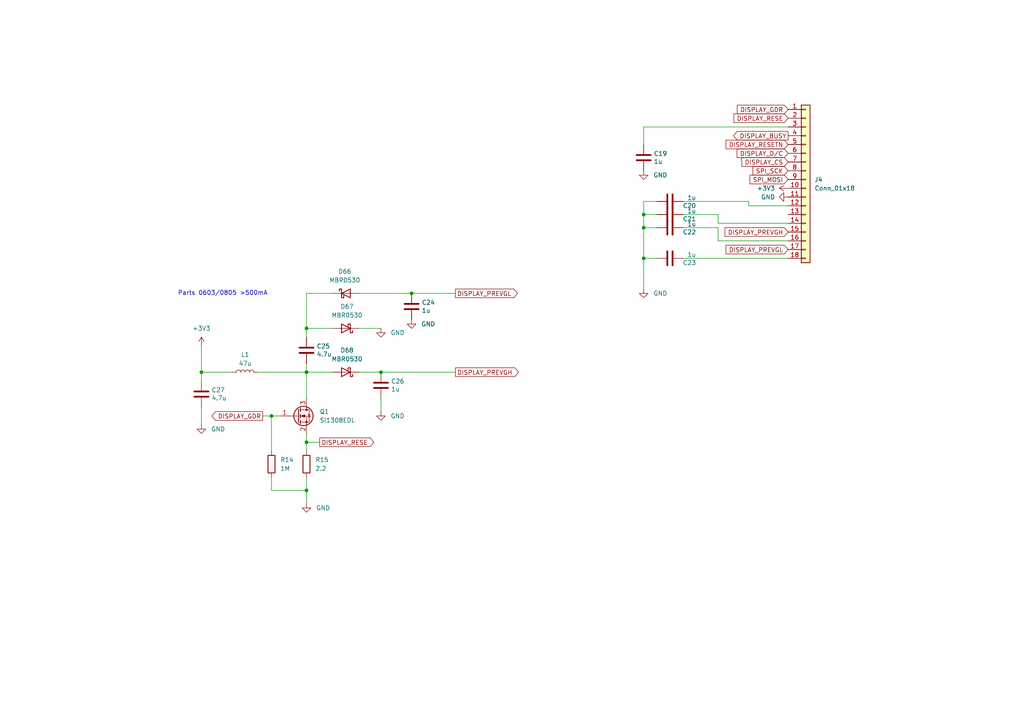
<source format=kicad_sch>
(kicad_sch (version 20250114) (generator "eeschema") (generator_version "9.0")
  (paper "A4")
  (lib_symbols
    (symbol "Connector_Generic:Conn_01x18" (pin_names (offset 1.016) (hide yes))
      (property "Reference" "J" (at 0 22.86 0))
      (property "Value" "Conn_01x18" (at 0 -25.4 0))
      (symbol "Conn_01x18_1_1"
        (rectangle (start -1.27 21.59) (end 1.27 -24.13) (stroke (width 0.254)) (fill (type background)))
        (rectangle (start -1.27 20.447) (end 0 20.193) (stroke (width 0.1524)))
        (rectangle (start -1.27 17.907) (end 0 17.653) (stroke (width 0.1524)))
        (rectangle (start -1.27 15.367) (end 0 15.113) (stroke (width 0.1524)))
        (rectangle (start -1.27 12.827) (end 0 12.573) (stroke (width 0.1524)))
        (rectangle (start -1.27 10.287) (end 0 10.033) (stroke (width 0.1524)))
        (rectangle (start -1.27 7.747) (end 0 7.493) (stroke (width 0.1524)))
        (rectangle (start -1.27 5.207) (end 0 4.953) (stroke (width 0.1524)))
        (rectangle (start -1.27 2.667) (end 0 2.413) (stroke (width 0.1524)))
        (rectangle (start -1.27 0.127) (end 0 -0.127) (stroke (width 0.1524)))
        (rectangle (start -1.27 -2.413) (end 0 -2.667) (stroke (width 0.1524)))
        (rectangle (start -1.27 -4.953) (end 0 -5.207) (stroke (width 0.1524)))
        (rectangle (start -1.27 -7.493) (end 0 -7.747) (stroke (width 0.1524)))
        (rectangle (start -1.27 -10.033) (end 0 -10.287) (stroke (width 0.1524)))
        (rectangle (start -1.27 -12.573) (end 0 -12.827) (stroke (width 0.1524)))
        (rectangle (start -1.27 -15.113) (end 0 -15.367) (stroke (width 0.1524)))
        (rectangle (start -1.27 -17.653) (end 0 -17.907) (stroke (width 0.1524)))
        (rectangle (start -1.27 -20.193) (end 0 -20.447) (stroke (width 0.1524)))
        (rectangle (start -1.27 -22.733) (end 0 -22.987) (stroke (width 0.1524)))
        (pin passive line (at -5.08 20.32 0) (length 3.81) (name "Pin_1") (number "1"))
        (pin passive line (at -5.08 17.78 0) (length 3.81) (name "Pin_2") (number "2"))
        (pin passive line (at -5.08 15.24 0) (length 3.81) (name "Pin_3") (number "3"))
        (pin passive line (at -5.08 12.7 0) (length 3.81) (name "Pin_4") (number "4"))
        (pin passive line (at -5.08 10.16 0) (length 3.81) (name "Pin_5") (number "5"))
        (pin passive line (at -5.08 7.62 0) (length 3.81) (name "Pin_6") (number "6"))
        (pin passive line (at -5.08 5.08 0) (length 3.81) (name "Pin_7") (number "7"))
        (pin passive line (at -5.08 2.54 0) (length 3.81) (name "Pin_8") (number "8"))
        (pin passive line (at -5.08 0 0) (length 3.81) (name "Pin_9") (number "9"))
        (pin passive line (at -5.08 -2.54 0) (length 3.81) (name "Pin_10") (number "10"))
        (pin passive line (at -5.08 -5.08 0) (length 3.81) (name "Pin_11") (number "11"))
        (pin passive line (at -5.08 -7.62 0) (length 3.81) (name "Pin_12") (number "12"))
        (pin passive line (at -5.08 -10.16 0) (length 3.81) (name "Pin_13") (number "13"))
        (pin passive line (at -5.08 -12.7 0) (length 3.81) (name "Pin_14") (number "14"))
        (pin passive line (at -5.08 -15.24 0) (length 3.81) (name "Pin_15") (number "15"))
        (pin passive line (at -5.08 -17.78 0) (length 3.81) (name "Pin_16") (number "16"))
        (pin passive line (at -5.08 -20.32 0) (length 3.81) (name "Pin_17") (number "17"))
        (pin passive line (at -5.08 -22.86 0) (length 3.81) (name "Pin_18") (number "18"))
      )
    )
    (symbol "Device:C" (pin_numbers (hide yes)) (pin_names (offset 0.254))
      (property "Reference" "C" (at 0.635 2.54 0))
      (property "Value" "C" (at 0.635 -2.54 0))
      (symbol "C_0_1"
        (polyline (pts (xy -2.032 0.762) (xy 2.032 0.762)) (stroke (width 0.508)))
        (polyline (pts (xy -2.032 -0.762) (xy 2.032 -0.762)) (stroke (width 0.508)))
      )
      (symbol "C_1_1"
        (pin passive line (at 0 3.81 270) (length 2.794) (name "~") (number "1"))
        (pin passive line (at 0 -3.81 90) (length 2.794) (name "~") (number "2"))
      )
    )
    (symbol "Device:L" (pin_numbers (hide yes)) (pin_names (offset 1.016) (hide yes))
      (property "Reference" "L" (at -1.27 0 90))
      (property "Value" "L" (at 1.905 0 90))
      (symbol "L_0_1"
        (arc (start 0 2.54) (mid 0.6323 1.905) (end 0 1.27))
        (arc (start 0 1.27) (mid 0.6323 0.635) (end 0 0))
        (arc (start 0 0) (mid 0.6323 -0.635) (end 0 -1.27))
        (arc (start 0 -1.27) (mid 0.6323 -1.905) (end 0 -2.54))
      )
      (symbol "L_1_1"
        (pin passive line (at 0 3.81 270) (length 1.27) (name "1") (number "1"))
        (pin passive line (at 0 -3.81 90) (length 1.27) (name "2") (number "2"))
      )
    )
    (symbol "Device:R" (pin_numbers (hide yes)) (pin_names (offset 0))
      (property "Reference" "R" (at 2.032 0 90))
      (property "Value" "R" (at 0 0 90))
      (symbol "R_0_1"
        (rectangle (start -1.016 -2.54) (end 1.016 2.54) (stroke (width 0.254)))
      )
      (symbol "R_1_1"
        (pin passive line (at 0 3.81 270) (length 1.27) (name "~") (number "1"))
        (pin passive line (at 0 -3.81 90) (length 1.27) (name "~") (number "2"))
      )
    )
    (symbol "Diode:MBR0530" (pin_numbers (hide yes)) (pin_names (offset 1.016) (hide yes))
      (property "Reference" "D" (at 0 2.54 0))
      (property "Value" "MBR0530" (at 0 -2.54 0))
      (symbol "MBR0530_0_1"
        (polyline (pts (xy -1.905 0.635) (xy -1.905 1.27) (xy -1.27 1.27) (xy -1.27 -1.27) (xy -0.635 -1.27) (xy -0.635 -0.635)) (stroke (width 0.254)))
        (polyline (pts (xy 1.27 1.27) (xy 1.27 -1.27) (xy -1.27 0) (xy 1.27 1.27)) (stroke (width 0.254)))
        (polyline (pts (xy 1.27 0) (xy -1.27 0)))
      )
      (symbol "MBR0530_1_1"
        (pin passive line (at -3.81 0 0) (length 2.54) (name "K") (number "1"))
        (pin passive line (at 3.81 0 180) (length 2.54) (name "A") (number "2"))
      )
    )
    (symbol "GND_1" (power) (pin_numbers (hide yes)) (pin_names (offset 0) (hide yes))
      (property "Value" "GND" (at 0 -3.81 0))
      (symbol "GND_1_0_1"
        (polyline (pts (xy 0 0) (xy 0 -1.27) (xy 1.27 -1.27) (xy 0 -2.54) (xy -1.27 -1.27) (xy 0 -1.27)))
      )
      (symbol "GND_1_1_1"
        (pin power_in line (at 0 0 270) (length 0) (name "~") (number "1"))
      )
    )
    (symbol "Transistor_FET:Si1308EDL" (pin_names (offset 0) (hide yes))
      (property "Reference" "Q" (at 5.08 1.905 0))
      (property "Value" "Si1308EDL" (at 5.08 0 0))
      (symbol "Si1308EDL_0_1"
        (polyline (pts (xy 0.254 1.905) (xy 0.254 -1.905)) (stroke (width 0.254)))
        (polyline (pts (xy 0.254 0) (xy -2.54 0)))
        (polyline (pts (xy 0.762 2.286) (xy 0.762 1.27)) (stroke (width 0.254)))
        (polyline (pts (xy 0.762 0.508) (xy 0.762 -0.508)) (stroke (width 0.254)))
        (polyline (pts (xy 0.762 -1.27) (xy 0.762 -2.286)) (stroke (width 0.254)))
        (polyline (pts (xy 0.762 -1.778) (xy 3.302 -1.778) (xy 3.302 1.778) (xy 0.762 1.778)))
        (polyline (pts (xy 1.016 0) (xy 2.032 0.381) (xy 2.032 -0.381) (xy 1.016 0)) (fill (type outline)))
        (circle (center 1.651 0) (radius 2.794) (stroke (width 0.254)))
        (polyline (pts (xy 2.54 2.54) (xy 2.54 1.778)))
        (circle (center 2.54 1.778) (radius 0.254) (fill (type outline)))
        (circle (center 2.54 -1.778) (radius 0.254) (fill (type outline)))
        (polyline (pts (xy 2.54 -2.54) (xy 2.54 0) (xy 0.762 0)))
        (polyline (pts (xy 2.921 0.381) (xy 3.683 0.381)))
        (polyline (pts (xy 3.302 0.381) (xy 2.921 -0.254) (xy 3.683 -0.254) (xy 3.302 0.381)))
      )
      (symbol "Si1308EDL_1_1"
        (pin input line (at -5.08 0 0) (length 2.54) (name "G") (number "1"))
        (pin passive line (at 2.54 5.08 270) (length 2.54) (name "D") (number "3"))
        (pin passive line (at 2.54 -5.08 90) (length 2.54) (name "S") (number "2"))
      )
    )
    (symbol "power:+3V3" (power) (pin_names (offset 0))
      (property "Value" "+3V3" (at 0 3.556 0))
      (symbol "+3V3_0_1"
        (polyline (pts (xy -0.762 1.27) (xy 0 2.54)))
        (polyline (pts (xy 0 2.54) (xy 0.762 1.27)))
        (polyline (pts (xy 0 0) (xy 0 2.54)))
      )
      (symbol "+3V3_1_1"
        (pin power_in line (at 0 0 90) (length 0) (hide yes) (name "+3V3") (number "1"))
      )
    )
  )
  (text "Parts 0603/0805 >500mA" (at 51.562 85.852 0) (effects (font (size 1.27 1.27)) (justify left bottom)))
  (junction (at 110.49 107.95))
  (junction (at 119.38 85.09))
  (junction (at 88.9 128.27))
  (junction (at 88.9 95.25))
  (junction (at 186.69 74.93))
  (junction (at 88.9 107.95))
  (junction (at 58.42 107.95))
  (junction (at 186.69 62.23))
  (junction (at 88.9 142.24))
  (junction (at 186.69 66.04))
  (junction (at 78.74 120.65))
  (wire (pts (xy 88.9 125.73) (xy 88.9 128.27)))
  (wire (pts (xy 88.9 95.25) (xy 88.9 97.79)))
  (wire (pts (xy 186.69 66.04) (xy 190.5 66.04)))
  (wire (pts (xy 186.69 66.04) (xy 186.69 74.93)))
  (wire (pts (xy 58.42 107.95) (xy 58.42 110.49)))
  (wire (pts (xy 88.9 85.09) (xy 88.9 95.25)))
  (wire (pts (xy 96.52 95.25) (xy 88.9 95.25)))
  (wire (pts (xy 96.52 85.09) (xy 88.9 85.09)))
  (wire (pts (xy 58.42 118.11) (xy 58.42 123.19)))
  (wire (pts (xy 228.6 74.93) (xy 198.12 74.93)))
  (wire (pts (xy 119.38 85.09) (xy 132.08 85.09)))
  (wire (pts (xy 88.9 142.24) (xy 88.9 146.05)))
  (wire (pts (xy 104.14 95.25) (xy 110.49 95.25)))
  (wire (pts (xy 186.69 62.23) (xy 186.69 66.04)))
  (wire (pts (xy 208.28 64.77) (xy 228.6 64.77)))
  (wire (pts (xy 67.31 107.95) (xy 58.42 107.95)))
  (wire (pts (xy 76.2 120.65) (xy 78.74 120.65)))
  (wire (pts (xy 78.74 120.65) (xy 78.74 130.81)))
  (wire (pts (xy 228.6 69.85) (xy 208.28 69.85)))
  (wire (pts (xy 208.28 66.04) (xy 198.12 66.04)))
  (wire (pts (xy 186.69 62.23) (xy 190.5 62.23)))
  (wire (pts (xy 88.9 107.95) (xy 96.52 107.95)))
  (wire (pts (xy 58.42 107.95) (xy 58.42 100.33)))
  (wire (pts (xy 186.69 58.42) (xy 190.5 58.42)))
  (wire (pts (xy 104.14 107.95) (xy 110.49 107.95)))
  (wire (pts (xy 78.74 138.43) (xy 78.74 142.24)))
  (wire (pts (xy 186.69 58.42) (xy 186.69 62.23)))
  (wire (pts (xy 88.9 128.27) (xy 92.71 128.27)))
  (wire (pts (xy 88.9 142.24) (xy 88.9 138.43)))
  (wire (pts (xy 110.49 107.95) (xy 132.08 107.95)))
  (wire (pts (xy 198.12 62.23) (xy 208.28 62.23)))
  (wire (pts (xy 186.69 36.83) (xy 186.69 41.91)))
  (wire (pts (xy 190.5 74.93) (xy 186.69 74.93)))
  (wire (pts (xy 228.6 36.83) (xy 186.69 36.83)))
  (wire (pts (xy 88.9 105.41) (xy 88.9 107.95)))
  (wire (pts (xy 110.49 115.57) (xy 110.49 119.38)))
  (wire (pts (xy 228.6 59.69) (xy 217.17 59.69)))
  (wire (pts (xy 74.93 107.95) (xy 88.9 107.95)))
  (wire (pts (xy 88.9 128.27) (xy 88.9 130.81)))
  (wire (pts (xy 88.9 107.95) (xy 88.9 115.57)))
  (wire (pts (xy 104.14 85.09) (xy 119.38 85.09)))
  (wire (pts (xy 198.12 58.42) (xy 217.17 58.42)))
  (wire (pts (xy 217.17 58.42) (xy 217.17 59.69)))
  (wire (pts (xy 208.28 69.85) (xy 208.28 66.04)))
  (wire (pts (xy 186.69 74.93) (xy 186.69 83.82)))
  (wire (pts (xy 78.74 120.65) (xy 81.28 120.65)))
  (wire (pts (xy 208.28 62.23) (xy 208.28 64.77)))
  (wire (pts (xy 78.74 142.24) (xy 88.9 142.24)))
  (global_label "DISPLAY_RESE" (shape output) (at 92.71 128.27 0) (property "Intersheetrefs" "${INTERSHEET_REFS}" (effects (hide yes))))
  (global_label "SPI_SCK" (shape input) (at 228.6 49.53 180) (property "Intersheetrefs" "${INTERSHEET_REFS}" (effects (hide yes))))
  (global_label "DISPLAY_PREVGL" (shape input) (at 228.6 72.39 180) (property "Intersheetrefs" "${INTERSHEET_REFS}" (effects (hide yes))))
  (global_label "DISPLAY_PREVGH" (shape input) (at 228.6 67.31 180) (property "Intersheetrefs" "${INTERSHEET_REFS}" (effects (hide yes))))
  (global_label "DISPLAY_D{slash}C" (shape input) (at 228.6 44.45 180) (property "Intersheetrefs" "${INTERSHEET_REFS}" (effects (hide yes))))
  (global_label "DISPLAY_GDR" (shape input) (at 228.6 31.75 180) (property "Intersheetrefs" "${INTERSHEET_REFS}" (effects (hide yes))))
  (global_label "DISPLAY_CS" (shape input) (at 228.6 46.99 180) (property "Intersheetrefs" "${INTERSHEET_REFS}" (effects (hide yes))))
  (global_label "DISPLAY_RESETN" (shape input) (at 228.6 41.91 180) (property "Intersheetrefs" "${INTERSHEET_REFS}" (effects (hide yes))))
  (global_label "DISPLAY_PREVGL" (shape output) (at 132.08 85.09 0) (property "Intersheetrefs" "${INTERSHEET_REFS}" (effects (hide yes))))
  (global_label "SPI_MOSI" (shape input) (at 228.6 52.07 180) (property "Intersheetrefs" "${INTERSHEET_REFS}" (effects (hide yes))))
  (global_label "DISPLAY_RESE" (shape input) (at 228.6 34.29 180) (property "Intersheetrefs" "${INTERSHEET_REFS}" (effects (hide yes))))
  (global_label "DISPLAY_GDR" (shape output) (at 76.2 120.65 180) (property "Intersheetrefs" "${INTERSHEET_REFS}" (effects (hide yes))))
  (global_label "DISPLAY_BUSY" (shape output) (at 228.6 39.37 180) (property "Intersheetrefs" "${INTERSHEET_REFS}" (effects (hide yes))))
  (global_label "DISPLAY_PREVGH" (shape output) (at 132.08 107.95 0) (property "Intersheetrefs" "${INTERSHEET_REFS}" (effects (hide yes))))
  (symbol (lib_id "Device:C") (at 194.31 74.93 90) (unit 1)
    (property "Reference" "C23" (at 201.93 76.2 90) (effects (justify left)))
    (property "Value" "1u" (at 201.93 73.8886 90) (effects (justify left)))
    (property "Footprint" "Capacitor_SMD:C_0603_1608Metric" (effects (hide yes)))
  )
  (symbol (lib_id "Connector_Generic:Conn_01x18") (at 233.68 52.07 0) (unit 1)
    (property "Reference" "J4" (at 236.22 52.0699 0) (effects (justify left)))
    (property "Value" "Conn_01x18" (at 236.22 54.6099 0) (effects (justify left)))
    (property "Footprint" "Connector_FFC-FPC:Amphenol_F32Q-1A7x1-11018_1x18-1MP_P0.5mm_Horizontal" (effects (hide yes)))
    (property "Description" "Generic connector, single row, 01x18, script generated (kicad-library-utils/schlib/autogen/connector/)" (effects (hide yes)))
  )
  (symbol (lib_name "GND_1") (lib_id "power:GND") (at 228.6 57.15 270) (unit 1)
    (property "Reference" "#PWR037" (effects (hide yes)))
    (property "Value" "GND" (at 222.758 57.15 90))
    (property "Description" "Power symbol creates a global label with name \"GND\" , ground" (effects (hide yes)))
  )
  (symbol (lib_id "Device:C") (at 186.69 45.72 0) (unit 1)
    (property "Reference" "C19" (at 189.611 44.5516 0) (effects (justify left)))
    (property "Value" "1u" (at 189.611 46.863 0) (effects (justify left)))
    (property "Footprint" "Capacitor_SMD:C_0603_1608Metric" (effects (hide yes)))
  )
  (symbol (lib_id "Diode:MBR0530") (at 100.33 95.25 180) (unit 1)
    (property "Reference" "D67" (at 100.6475 88.9 0))
    (property "Value" "MBR0530" (at 100.6475 91.44 0))
    (property "Footprint" "Diode_SMD:D_SOD-123" (effects (hide yes)))
    (property "Datasheet" "http://www.mccsemi.com/up_pdf/MBR0520~MBR0580(SOD123).pdf" (effects (hide yes)))
    (property "Description" "30V 0.5A Schottky Power Rectifier Diode, SOD-123" (effects (hide yes)))
  )
  (symbol (lib_name "GND_1") (lib_id "power:GND") (at 186.69 83.82 0) (unit 1)
    (property "Reference" "#PWR038" (effects (hide yes)))
    (property "Value" "GND" (at 191.516 85.09 0))
    (property "Description" "Power symbol creates a global label with name \"GND\" , ground" (effects (hide yes)))
  )
  (symbol (lib_name "GND_1") (lib_id "power:GND") (at 110.49 95.25 0) (unit 1)
    (property "Reference" "#PWR040" (effects (hide yes)))
    (property "Value" "GND" (at 115.316 96.52 0))
    (property "Description" "Power symbol creates a global label with name \"GND\" , ground" (effects (hide yes)))
  )
  (symbol (lib_id "Transistor_FET:Si1308EDL") (at 86.36 120.65 0) (unit 1)
    (property "Reference" "Q1" (at 92.71 119.3799 0) (effects (justify left)))
    (property "Value" "Si1308EDL" (at 92.71 121.9199 0) (effects (justify left)))
    (property "Footprint" "Package_TO_SOT_SMD:SOT-323_SC-70" (effects (hide yes)))
    (property "Datasheet" "https://www.vishay.com/docs/63399/si1308edl.pdf" (effects (hide yes)))
    (property "Description" "30V Vds, 1.4A Id, N-Channel MOSFET, SC-70" (effects (hide yes)))
  )
  (symbol (lib_name "GND_1") (lib_id "power:GND") (at 110.49 119.38 0) (unit 1)
    (property "Reference" "#PWR042" (effects (hide yes)))
    (property "Value" "GND" (at 115.316 120.65 0))
    (property "Description" "Power symbol creates a global label with name \"GND\" , ground" (effects (hide yes)))
  )
  (symbol (lib_id "Device:C") (at 194.31 66.04 90) (unit 1)
    (property "Reference" "C22" (at 201.93 67.31 90) (effects (justify left)))
    (property "Value" "1u" (at 201.93 64.9986 90) (effects (justify left)))
    (property "Footprint" "Capacitor_SMD:C_0603_1608Metric" (effects (hide yes)))
  )
  (symbol (lib_id "Device:C") (at 58.42 114.3 0) (unit 1)
    (property "Reference" "C27" (at 61.341 113.1316 0) (effects (justify left)))
    (property "Value" "4.7u" (at 61.341 115.443 0) (effects (justify left)))
    (property "Footprint" "Capacitor_SMD:C_0603_1608Metric" (effects (hide yes)))
  )
  (symbol (lib_id "Device:C") (at 110.49 111.76 0) (unit 1)
    (property "Reference" "C26" (at 113.411 110.5916 0) (effects (justify left)))
    (property "Value" "1u" (at 113.411 112.903 0) (effects (justify left)))
    (property "Footprint" "Capacitor_SMD:C_0603_1608Metric" (effects (hide yes)))
  )
  (symbol (lib_id "Device:R") (at 88.9 134.62 0) (unit 1)
    (property "Reference" "R15" (at 91.44 133.3499 0) (effects (justify left)))
    (property "Value" "2.2" (at 91.44 135.8899 0) (effects (justify left)))
    (property "Footprint" "Resistor_SMD:R_0603_1608Metric" (effects (hide yes)))
    (property "Description" "Resistor" (effects (hide yes)))
  )
  (symbol (lib_name "GND_1") (lib_id "power:GND") (at 88.9 146.05 0) (unit 1)
    (property "Reference" "#PWR044" (effects (hide yes)))
    (property "Value" "GND" (at 93.726 147.32 0))
    (property "Description" "Power symbol creates a global label with name \"GND\" , ground" (effects (hide yes)))
  )
  (symbol (lib_id "Device:C") (at 194.31 62.23 90) (unit 1)
    (property "Reference" "C21" (at 201.93 63.5 90) (effects (justify left)))
    (property "Value" "1u" (at 201.93 61.1886 90) (effects (justify left)))
    (property "Footprint" "Capacitor_SMD:C_0603_1608Metric" (effects (hide yes)))
  )
  (symbol (lib_name "GND_1") (lib_id "power:GND") (at 58.42 123.19 0) (unit 1)
    (property "Reference" "#PWR043" (effects (hide yes)))
    (property "Value" "GND" (at 63.246 124.46 0))
    (property "Description" "Power symbol creates a global label with name \"GND\" , ground" (effects (hide yes)))
  )
  (symbol (lib_name "GND_1") (lib_id "power:GND") (at 186.69 49.53 0) (unit 1)
    (property "Reference" "#PWR035" (effects (hide yes)))
    (property "Value" "GND" (at 191.516 50.8 0))
    (property "Description" "Power symbol creates a global label with name \"GND\" , ground" (effects (hide yes)))
  )
  (symbol (lib_id "power:+3V3") (at 228.6 54.61 90) (unit 1)
    (property "Reference" "#PWR036" (effects (hide yes)))
    (property "Value" "+3V3" (at 224.79 54.6099 90) (effects (justify left)))
    (property "Description" "Power symbol creates a global label with name \"+3V3\"" (effects (hide yes)))
  )
  (symbol (lib_id "power:+3V3") (at 58.42 100.33 0) (unit 1)
    (property "Reference" "#PWR041" (effects (hide yes)))
    (property "Value" "+3V3" (at 58.42 95.25 0))
    (property "Description" "Power symbol creates a global label with name \"+3V3\"" (effects (hide yes)))
  )
  (symbol (lib_name "GND_1") (lib_id "power:GND") (at 119.38 92.71 0) (unit 1)
    (property "Reference" "#PWR039" (effects (hide yes)))
    (property "Value" "GND" (at 124.206 93.98 0))
    (property "Description" "Power symbol creates a global label with name \"GND\" , ground" (effects (hide yes)))
  )
  (symbol (lib_id "Device:C") (at 194.31 58.42 90) (unit 1)
    (property "Reference" "C20" (at 201.93 59.69 90) (effects (justify left)))
    (property "Value" "1u" (at 201.93 57.3786 90) (effects (justify left)))
    (property "Footprint" "Capacitor_SMD:C_0603_1608Metric" (effects (hide yes)))
  )
  (symbol (lib_id "Diode:MBR0530") (at 100.33 85.09 0) (unit 1)
    (property "Reference" "D66" (at 100.0125 78.74 0))
    (property "Value" "MBR0530" (at 100.0125 81.28 0))
    (property "Footprint" "Diode_SMD:D_SOD-123" (effects (hide yes)))
    (property "Datasheet" "http://www.mccsemi.com/up_pdf/MBR0520~MBR0580(SOD123).pdf" (effects (hide yes)))
    (property "Description" "30V 0.5A Schottky Power Rectifier Diode, SOD-123" (effects (hide yes)))
  )
  (symbol (lib_id "Diode:MBR0530") (at 100.33 107.95 180) (unit 1)
    (property "Reference" "D68" (at 100.6475 101.6 0))
    (property "Value" "MBR0530" (at 100.6475 104.14 0))
    (property "Footprint" "Diode_SMD:D_SOD-123" (effects (hide yes)))
    (property "Datasheet" "http://www.mccsemi.com/up_pdf/MBR0520~MBR0580(SOD123).pdf" (effects (hide yes)))
    (property "Description" "30V 0.5A Schottky Power Rectifier Diode, SOD-123" (effects (hide yes)))
  )
  (symbol (lib_id "Device:R") (at 78.74 134.62 0) (unit 1)
    (property "Reference" "R14" (at 81.28 133.3499 0) (effects (justify left)))
    (property "Value" "1M" (at 81.28 135.8899 0) (effects (justify left)))
    (property "Footprint" "Resistor_SMD:R_0603_1608Metric" (effects (hide yes)))
    (property "Description" "Resistor" (effects (hide yes)))
  )
  (symbol (lib_id "Device:L") (at 71.12 107.95 90) (unit 1)
    (property "Reference" "L1" (at 71.12 102.87 90))
    (property "Value" "47u" (at 71.12 105.41 90))
    (property "Footprint" "Inductor_SMD:L_0805_2012Metric_Pad1.05x1.20mm_HandSolder" (effects (hide yes)))
    (property "Description" "Inductor" (effects (hide yes)))
  )
  (symbol (lib_id "Device:C") (at 119.38 88.9 0) (unit 1)
    (property "Reference" "C24" (at 122.301 87.7316 0) (effects (justify left)))
    (property "Value" "1u" (at 122.301 90.043 0) (effects (justify left)))
    (property "Footprint" "Capacitor_SMD:C_0603_1608Metric" (effects (hide yes)))
  )
  (symbol (lib_id "Device:C") (at 88.9 101.6 0) (unit 1)
    (property "Reference" "C25" (at 91.821 100.4316 0) (effects (justify left)))
    (property "Value" "4.7u" (at 91.821 102.743 0) (effects (justify left)))
    (property "Footprint" "Capacitor_SMD:C_0603_1608Metric" (effects (hide yes)))
  )
)
</source>
